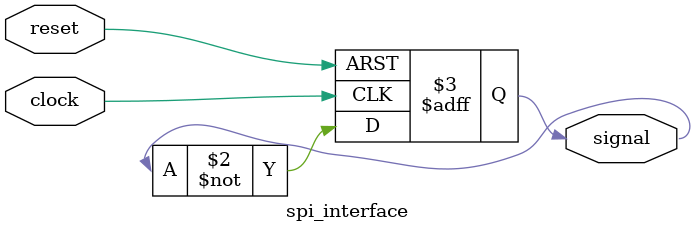
<source format=v>
module spi_interface ( clock, reset, signal);

input	clock;
input	reset;
output	signal;

reg signal;

always@(posedge clock or posedge reset)
	begin
	if(reset)
		begin
			signal <= 1'b1;
		end
	else
		begin
			signal <= ~signal;
		end
	end


endmodule

</source>
